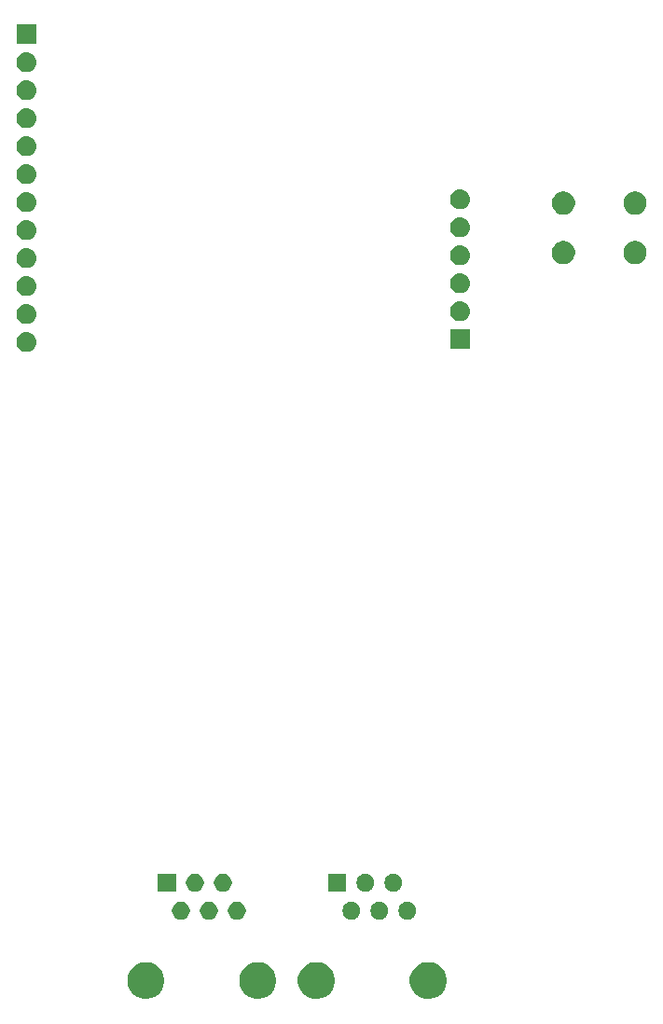
<source format=gbr>
G04 #@! TF.GenerationSoftware,KiCad,Pcbnew,(5.1.2)-2*
G04 #@! TF.CreationDate,2019-10-26T17:19:00+01:00*
G04 #@! TF.ProjectId,canbus_boiler_switch,63616e62-7573-45f6-926f-696c65725f73,rev?*
G04 #@! TF.SameCoordinates,Original*
G04 #@! TF.FileFunction,Soldermask,Bot*
G04 #@! TF.FilePolarity,Negative*
%FSLAX46Y46*%
G04 Gerber Fmt 4.6, Leading zero omitted, Abs format (unit mm)*
G04 Created by KiCad (PCBNEW (5.1.2)-2) date 2019-10-26 17:19:00*
%MOMM*%
%LPD*%
G04 APERTURE LIST*
%ADD10C,0.100000*%
G04 APERTURE END LIST*
D10*
G36*
X88028871Y-207492408D02*
G01*
X88333883Y-207618748D01*
X88608387Y-207802166D01*
X88841834Y-208035613D01*
X89025252Y-208310117D01*
X89151592Y-208615129D01*
X89216000Y-208938928D01*
X89216000Y-209269072D01*
X89151592Y-209592871D01*
X89025252Y-209897883D01*
X88841834Y-210172387D01*
X88608387Y-210405834D01*
X88333883Y-210589252D01*
X88028871Y-210715592D01*
X87705073Y-210780000D01*
X87374927Y-210780000D01*
X87213029Y-210747796D01*
X87051129Y-210715592D01*
X86746117Y-210589252D01*
X86471613Y-210405834D01*
X86238166Y-210172387D01*
X86054748Y-209897883D01*
X85928408Y-209592871D01*
X85864000Y-209269072D01*
X85864000Y-208938928D01*
X85928408Y-208615129D01*
X86054748Y-208310117D01*
X86238166Y-208035613D01*
X86471613Y-207802166D01*
X86746117Y-207618748D01*
X87051129Y-207492408D01*
X87374927Y-207428000D01*
X87705073Y-207428000D01*
X88028871Y-207492408D01*
X88028871Y-207492408D01*
G37*
G36*
X77868871Y-207492408D02*
G01*
X78173883Y-207618748D01*
X78448387Y-207802166D01*
X78681834Y-208035613D01*
X78865252Y-208310117D01*
X78991592Y-208615129D01*
X79056000Y-208938928D01*
X79056000Y-209269072D01*
X78991592Y-209592871D01*
X78865252Y-209897883D01*
X78681834Y-210172387D01*
X78448387Y-210405834D01*
X78173883Y-210589252D01*
X77868871Y-210715592D01*
X77545073Y-210780000D01*
X77214927Y-210780000D01*
X77053029Y-210747796D01*
X76891129Y-210715592D01*
X76586117Y-210589252D01*
X76311613Y-210405834D01*
X76078166Y-210172387D01*
X75894748Y-209897883D01*
X75768408Y-209592871D01*
X75704000Y-209269072D01*
X75704000Y-208938928D01*
X75768408Y-208615129D01*
X75894748Y-208310117D01*
X76078166Y-208035613D01*
X76311613Y-207802166D01*
X76586117Y-207618748D01*
X76891129Y-207492408D01*
X77214927Y-207428000D01*
X77545073Y-207428000D01*
X77868871Y-207492408D01*
X77868871Y-207492408D01*
G37*
G36*
X72558871Y-207492408D02*
G01*
X72863883Y-207618748D01*
X73138387Y-207802166D01*
X73371834Y-208035613D01*
X73555252Y-208310117D01*
X73681592Y-208615129D01*
X73746000Y-208938928D01*
X73746000Y-209269072D01*
X73681592Y-209592871D01*
X73555252Y-209897883D01*
X73371834Y-210172387D01*
X73138387Y-210405834D01*
X72863883Y-210589252D01*
X72558871Y-210715592D01*
X72235073Y-210780000D01*
X71904927Y-210780000D01*
X71743029Y-210747796D01*
X71581129Y-210715592D01*
X71276117Y-210589252D01*
X71001613Y-210405834D01*
X70768166Y-210172387D01*
X70584748Y-209897883D01*
X70458408Y-209592871D01*
X70394000Y-209269072D01*
X70394000Y-208938928D01*
X70458408Y-208615129D01*
X70584748Y-208310117D01*
X70768166Y-208035613D01*
X71001613Y-207802166D01*
X71276117Y-207618748D01*
X71581129Y-207492408D01*
X71904927Y-207428000D01*
X72235073Y-207428000D01*
X72558871Y-207492408D01*
X72558871Y-207492408D01*
G37*
G36*
X62398871Y-207492408D02*
G01*
X62703883Y-207618748D01*
X62978387Y-207802166D01*
X63211834Y-208035613D01*
X63395252Y-208310117D01*
X63521592Y-208615129D01*
X63586000Y-208938928D01*
X63586000Y-209269072D01*
X63521592Y-209592871D01*
X63395252Y-209897883D01*
X63211834Y-210172387D01*
X62978387Y-210405834D01*
X62703883Y-210589252D01*
X62398871Y-210715592D01*
X62075073Y-210780000D01*
X61744927Y-210780000D01*
X61583029Y-210747796D01*
X61421129Y-210715592D01*
X61116117Y-210589252D01*
X60841613Y-210405834D01*
X60608166Y-210172387D01*
X60424748Y-209897883D01*
X60298408Y-209592871D01*
X60234000Y-209269072D01*
X60234000Y-208938928D01*
X60298408Y-208615129D01*
X60424748Y-208310117D01*
X60608166Y-208035613D01*
X60841613Y-207802166D01*
X61116117Y-207618748D01*
X61421129Y-207492408D01*
X61744927Y-207428000D01*
X62075073Y-207428000D01*
X62398871Y-207492408D01*
X62398871Y-207492408D01*
G37*
G36*
X70406560Y-201974166D02*
G01*
X70554153Y-202035301D01*
X70686982Y-202124055D01*
X70799945Y-202237018D01*
X70888699Y-202369847D01*
X70949834Y-202517440D01*
X70981000Y-202674123D01*
X70981000Y-202833877D01*
X70949834Y-202990560D01*
X70888699Y-203138153D01*
X70799945Y-203270982D01*
X70686982Y-203383945D01*
X70554153Y-203472699D01*
X70554152Y-203472700D01*
X70554151Y-203472700D01*
X70406560Y-203533834D01*
X70249878Y-203565000D01*
X70090122Y-203565000D01*
X69933440Y-203533834D01*
X69785849Y-203472700D01*
X69785848Y-203472700D01*
X69785847Y-203472699D01*
X69653018Y-203383945D01*
X69540055Y-203270982D01*
X69451301Y-203138153D01*
X69390166Y-202990560D01*
X69359000Y-202833877D01*
X69359000Y-202674123D01*
X69390166Y-202517440D01*
X69451301Y-202369847D01*
X69540055Y-202237018D01*
X69653018Y-202124055D01*
X69785847Y-202035301D01*
X69933440Y-201974166D01*
X70090122Y-201943000D01*
X70249878Y-201943000D01*
X70406560Y-201974166D01*
X70406560Y-201974166D01*
G37*
G36*
X65326560Y-201974166D02*
G01*
X65474153Y-202035301D01*
X65606982Y-202124055D01*
X65719945Y-202237018D01*
X65808699Y-202369847D01*
X65869834Y-202517440D01*
X65901000Y-202674123D01*
X65901000Y-202833877D01*
X65869834Y-202990560D01*
X65808699Y-203138153D01*
X65719945Y-203270982D01*
X65606982Y-203383945D01*
X65474153Y-203472699D01*
X65474152Y-203472700D01*
X65474151Y-203472700D01*
X65326560Y-203533834D01*
X65169878Y-203565000D01*
X65010122Y-203565000D01*
X64853440Y-203533834D01*
X64705849Y-203472700D01*
X64705848Y-203472700D01*
X64705847Y-203472699D01*
X64573018Y-203383945D01*
X64460055Y-203270982D01*
X64371301Y-203138153D01*
X64310166Y-202990560D01*
X64279000Y-202833877D01*
X64279000Y-202674123D01*
X64310166Y-202517440D01*
X64371301Y-202369847D01*
X64460055Y-202237018D01*
X64573018Y-202124055D01*
X64705847Y-202035301D01*
X64853440Y-201974166D01*
X65010122Y-201943000D01*
X65169878Y-201943000D01*
X65326560Y-201974166D01*
X65326560Y-201974166D01*
G37*
G36*
X67866560Y-201974166D02*
G01*
X68014153Y-202035301D01*
X68146982Y-202124055D01*
X68259945Y-202237018D01*
X68348699Y-202369847D01*
X68409834Y-202517440D01*
X68441000Y-202674123D01*
X68441000Y-202833877D01*
X68409834Y-202990560D01*
X68348699Y-203138153D01*
X68259945Y-203270982D01*
X68146982Y-203383945D01*
X68014153Y-203472699D01*
X68014152Y-203472700D01*
X68014151Y-203472700D01*
X67866560Y-203533834D01*
X67709878Y-203565000D01*
X67550122Y-203565000D01*
X67393440Y-203533834D01*
X67245849Y-203472700D01*
X67245848Y-203472700D01*
X67245847Y-203472699D01*
X67113018Y-203383945D01*
X67000055Y-203270982D01*
X66911301Y-203138153D01*
X66850166Y-202990560D01*
X66819000Y-202833877D01*
X66819000Y-202674123D01*
X66850166Y-202517440D01*
X66911301Y-202369847D01*
X67000055Y-202237018D01*
X67113018Y-202124055D01*
X67245847Y-202035301D01*
X67393440Y-201974166D01*
X67550122Y-201943000D01*
X67709878Y-201943000D01*
X67866560Y-201974166D01*
X67866560Y-201974166D01*
G37*
G36*
X85876560Y-201974166D02*
G01*
X86024153Y-202035301D01*
X86156982Y-202124055D01*
X86269945Y-202237018D01*
X86358699Y-202369847D01*
X86419834Y-202517440D01*
X86451000Y-202674123D01*
X86451000Y-202833877D01*
X86419834Y-202990560D01*
X86358699Y-203138153D01*
X86269945Y-203270982D01*
X86156982Y-203383945D01*
X86024153Y-203472699D01*
X86024152Y-203472700D01*
X86024151Y-203472700D01*
X85876560Y-203533834D01*
X85719878Y-203565000D01*
X85560122Y-203565000D01*
X85403440Y-203533834D01*
X85255849Y-203472700D01*
X85255848Y-203472700D01*
X85255847Y-203472699D01*
X85123018Y-203383945D01*
X85010055Y-203270982D01*
X84921301Y-203138153D01*
X84860166Y-202990560D01*
X84829000Y-202833877D01*
X84829000Y-202674123D01*
X84860166Y-202517440D01*
X84921301Y-202369847D01*
X85010055Y-202237018D01*
X85123018Y-202124055D01*
X85255847Y-202035301D01*
X85403440Y-201974166D01*
X85560122Y-201943000D01*
X85719878Y-201943000D01*
X85876560Y-201974166D01*
X85876560Y-201974166D01*
G37*
G36*
X80796560Y-201974166D02*
G01*
X80944153Y-202035301D01*
X81076982Y-202124055D01*
X81189945Y-202237018D01*
X81278699Y-202369847D01*
X81339834Y-202517440D01*
X81371000Y-202674123D01*
X81371000Y-202833877D01*
X81339834Y-202990560D01*
X81278699Y-203138153D01*
X81189945Y-203270982D01*
X81076982Y-203383945D01*
X80944153Y-203472699D01*
X80944152Y-203472700D01*
X80944151Y-203472700D01*
X80796560Y-203533834D01*
X80639878Y-203565000D01*
X80480122Y-203565000D01*
X80323440Y-203533834D01*
X80175849Y-203472700D01*
X80175848Y-203472700D01*
X80175847Y-203472699D01*
X80043018Y-203383945D01*
X79930055Y-203270982D01*
X79841301Y-203138153D01*
X79780166Y-202990560D01*
X79749000Y-202833877D01*
X79749000Y-202674123D01*
X79780166Y-202517440D01*
X79841301Y-202369847D01*
X79930055Y-202237018D01*
X80043018Y-202124055D01*
X80175847Y-202035301D01*
X80323440Y-201974166D01*
X80480122Y-201943000D01*
X80639878Y-201943000D01*
X80796560Y-201974166D01*
X80796560Y-201974166D01*
G37*
G36*
X83336560Y-201974166D02*
G01*
X83484153Y-202035301D01*
X83616982Y-202124055D01*
X83729945Y-202237018D01*
X83818699Y-202369847D01*
X83879834Y-202517440D01*
X83911000Y-202674123D01*
X83911000Y-202833877D01*
X83879834Y-202990560D01*
X83818699Y-203138153D01*
X83729945Y-203270982D01*
X83616982Y-203383945D01*
X83484153Y-203472699D01*
X83484152Y-203472700D01*
X83484151Y-203472700D01*
X83336560Y-203533834D01*
X83179878Y-203565000D01*
X83020122Y-203565000D01*
X82863440Y-203533834D01*
X82715849Y-203472700D01*
X82715848Y-203472700D01*
X82715847Y-203472699D01*
X82583018Y-203383945D01*
X82470055Y-203270982D01*
X82381301Y-203138153D01*
X82320166Y-202990560D01*
X82289000Y-202833877D01*
X82289000Y-202674123D01*
X82320166Y-202517440D01*
X82381301Y-202369847D01*
X82470055Y-202237018D01*
X82583018Y-202124055D01*
X82715847Y-202035301D01*
X82863440Y-201974166D01*
X83020122Y-201943000D01*
X83179878Y-201943000D01*
X83336560Y-201974166D01*
X83336560Y-201974166D01*
G37*
G36*
X84606560Y-199434166D02*
G01*
X84754153Y-199495301D01*
X84886982Y-199584055D01*
X84999945Y-199697018D01*
X85088699Y-199829847D01*
X85149834Y-199977440D01*
X85181000Y-200134123D01*
X85181000Y-200293877D01*
X85149834Y-200450560D01*
X85088699Y-200598153D01*
X84999945Y-200730982D01*
X84886982Y-200843945D01*
X84754153Y-200932699D01*
X84754152Y-200932700D01*
X84754151Y-200932700D01*
X84606560Y-200993834D01*
X84449878Y-201025000D01*
X84290122Y-201025000D01*
X84133440Y-200993834D01*
X83985849Y-200932700D01*
X83985848Y-200932700D01*
X83985847Y-200932699D01*
X83853018Y-200843945D01*
X83740055Y-200730982D01*
X83651301Y-200598153D01*
X83590166Y-200450560D01*
X83559000Y-200293877D01*
X83559000Y-200134123D01*
X83590166Y-199977440D01*
X83651301Y-199829847D01*
X83740055Y-199697018D01*
X83853018Y-199584055D01*
X83985847Y-199495301D01*
X84133440Y-199434166D01*
X84290122Y-199403000D01*
X84449878Y-199403000D01*
X84606560Y-199434166D01*
X84606560Y-199434166D01*
G37*
G36*
X64631000Y-201025000D02*
G01*
X63009000Y-201025000D01*
X63009000Y-199403000D01*
X64631000Y-199403000D01*
X64631000Y-201025000D01*
X64631000Y-201025000D01*
G37*
G36*
X66596560Y-199434166D02*
G01*
X66744153Y-199495301D01*
X66876982Y-199584055D01*
X66989945Y-199697018D01*
X67078699Y-199829847D01*
X67139834Y-199977440D01*
X67171000Y-200134123D01*
X67171000Y-200293877D01*
X67139834Y-200450560D01*
X67078699Y-200598153D01*
X66989945Y-200730982D01*
X66876982Y-200843945D01*
X66744153Y-200932699D01*
X66744152Y-200932700D01*
X66744151Y-200932700D01*
X66596560Y-200993834D01*
X66439878Y-201025000D01*
X66280122Y-201025000D01*
X66123440Y-200993834D01*
X65975849Y-200932700D01*
X65975848Y-200932700D01*
X65975847Y-200932699D01*
X65843018Y-200843945D01*
X65730055Y-200730982D01*
X65641301Y-200598153D01*
X65580166Y-200450560D01*
X65549000Y-200293877D01*
X65549000Y-200134123D01*
X65580166Y-199977440D01*
X65641301Y-199829847D01*
X65730055Y-199697018D01*
X65843018Y-199584055D01*
X65975847Y-199495301D01*
X66123440Y-199434166D01*
X66280122Y-199403000D01*
X66439878Y-199403000D01*
X66596560Y-199434166D01*
X66596560Y-199434166D01*
G37*
G36*
X69136560Y-199434166D02*
G01*
X69284153Y-199495301D01*
X69416982Y-199584055D01*
X69529945Y-199697018D01*
X69618699Y-199829847D01*
X69679834Y-199977440D01*
X69711000Y-200134123D01*
X69711000Y-200293877D01*
X69679834Y-200450560D01*
X69618699Y-200598153D01*
X69529945Y-200730982D01*
X69416982Y-200843945D01*
X69284153Y-200932699D01*
X69284152Y-200932700D01*
X69284151Y-200932700D01*
X69136560Y-200993834D01*
X68979878Y-201025000D01*
X68820122Y-201025000D01*
X68663440Y-200993834D01*
X68515849Y-200932700D01*
X68515848Y-200932700D01*
X68515847Y-200932699D01*
X68383018Y-200843945D01*
X68270055Y-200730982D01*
X68181301Y-200598153D01*
X68120166Y-200450560D01*
X68089000Y-200293877D01*
X68089000Y-200134123D01*
X68120166Y-199977440D01*
X68181301Y-199829847D01*
X68270055Y-199697018D01*
X68383018Y-199584055D01*
X68515847Y-199495301D01*
X68663440Y-199434166D01*
X68820122Y-199403000D01*
X68979878Y-199403000D01*
X69136560Y-199434166D01*
X69136560Y-199434166D01*
G37*
G36*
X80101000Y-201025000D02*
G01*
X78479000Y-201025000D01*
X78479000Y-199403000D01*
X80101000Y-199403000D01*
X80101000Y-201025000D01*
X80101000Y-201025000D01*
G37*
G36*
X82066560Y-199434166D02*
G01*
X82214153Y-199495301D01*
X82346982Y-199584055D01*
X82459945Y-199697018D01*
X82548699Y-199829847D01*
X82609834Y-199977440D01*
X82641000Y-200134123D01*
X82641000Y-200293877D01*
X82609834Y-200450560D01*
X82548699Y-200598153D01*
X82459945Y-200730982D01*
X82346982Y-200843945D01*
X82214153Y-200932699D01*
X82214152Y-200932700D01*
X82214151Y-200932700D01*
X82066560Y-200993834D01*
X81909878Y-201025000D01*
X81750122Y-201025000D01*
X81593440Y-200993834D01*
X81445849Y-200932700D01*
X81445848Y-200932700D01*
X81445847Y-200932699D01*
X81313018Y-200843945D01*
X81200055Y-200730982D01*
X81111301Y-200598153D01*
X81050166Y-200450560D01*
X81019000Y-200293877D01*
X81019000Y-200134123D01*
X81050166Y-199977440D01*
X81111301Y-199829847D01*
X81200055Y-199697018D01*
X81313018Y-199584055D01*
X81445847Y-199495301D01*
X81593440Y-199434166D01*
X81750122Y-199403000D01*
X81909878Y-199403000D01*
X82066560Y-199434166D01*
X82066560Y-199434166D01*
G37*
G36*
X51164442Y-150235518D02*
G01*
X51230627Y-150242037D01*
X51400466Y-150293557D01*
X51556991Y-150377222D01*
X51592729Y-150406552D01*
X51694186Y-150489814D01*
X51777448Y-150591271D01*
X51806778Y-150627009D01*
X51890443Y-150783534D01*
X51941963Y-150953373D01*
X51959359Y-151130000D01*
X51941963Y-151306627D01*
X51890443Y-151476466D01*
X51806778Y-151632991D01*
X51777448Y-151668729D01*
X51694186Y-151770186D01*
X51592729Y-151853448D01*
X51556991Y-151882778D01*
X51400466Y-151966443D01*
X51230627Y-152017963D01*
X51164442Y-152024482D01*
X51098260Y-152031000D01*
X51009740Y-152031000D01*
X50943558Y-152024482D01*
X50877373Y-152017963D01*
X50707534Y-151966443D01*
X50551009Y-151882778D01*
X50515271Y-151853448D01*
X50413814Y-151770186D01*
X50330552Y-151668729D01*
X50301222Y-151632991D01*
X50217557Y-151476466D01*
X50166037Y-151306627D01*
X50148641Y-151130000D01*
X50166037Y-150953373D01*
X50217557Y-150783534D01*
X50301222Y-150627009D01*
X50330552Y-150591271D01*
X50413814Y-150489814D01*
X50515271Y-150406552D01*
X50551009Y-150377222D01*
X50707534Y-150293557D01*
X50877373Y-150242037D01*
X50943558Y-150235518D01*
X51009740Y-150229000D01*
X51098260Y-150229000D01*
X51164442Y-150235518D01*
X51164442Y-150235518D01*
G37*
G36*
X91325000Y-151777000D02*
G01*
X89523000Y-151777000D01*
X89523000Y-149975000D01*
X91325000Y-149975000D01*
X91325000Y-151777000D01*
X91325000Y-151777000D01*
G37*
G36*
X51164443Y-147695519D02*
G01*
X51230627Y-147702037D01*
X51400466Y-147753557D01*
X51556991Y-147837222D01*
X51592729Y-147866552D01*
X51694186Y-147949814D01*
X51777448Y-148051271D01*
X51806778Y-148087009D01*
X51890443Y-148243534D01*
X51941963Y-148413373D01*
X51959359Y-148590000D01*
X51941963Y-148766627D01*
X51890443Y-148936466D01*
X51806778Y-149092991D01*
X51777448Y-149128729D01*
X51694186Y-149230186D01*
X51592729Y-149313448D01*
X51556991Y-149342778D01*
X51400466Y-149426443D01*
X51230627Y-149477963D01*
X51164442Y-149484482D01*
X51098260Y-149491000D01*
X51009740Y-149491000D01*
X50943558Y-149484482D01*
X50877373Y-149477963D01*
X50707534Y-149426443D01*
X50551009Y-149342778D01*
X50515271Y-149313448D01*
X50413814Y-149230186D01*
X50330552Y-149128729D01*
X50301222Y-149092991D01*
X50217557Y-148936466D01*
X50166037Y-148766627D01*
X50148641Y-148590000D01*
X50166037Y-148413373D01*
X50217557Y-148243534D01*
X50301222Y-148087009D01*
X50330552Y-148051271D01*
X50413814Y-147949814D01*
X50515271Y-147866552D01*
X50551009Y-147837222D01*
X50707534Y-147753557D01*
X50877373Y-147702037D01*
X50943557Y-147695519D01*
X51009740Y-147689000D01*
X51098260Y-147689000D01*
X51164443Y-147695519D01*
X51164443Y-147695519D01*
G37*
G36*
X90534443Y-147441519D02*
G01*
X90600627Y-147448037D01*
X90770466Y-147499557D01*
X90926991Y-147583222D01*
X90962729Y-147612552D01*
X91064186Y-147695814D01*
X91147448Y-147797271D01*
X91176778Y-147833009D01*
X91260443Y-147989534D01*
X91311963Y-148159373D01*
X91329359Y-148336000D01*
X91311963Y-148512627D01*
X91260443Y-148682466D01*
X91176778Y-148838991D01*
X91147448Y-148874729D01*
X91064186Y-148976186D01*
X90962729Y-149059448D01*
X90926991Y-149088778D01*
X90770466Y-149172443D01*
X90600627Y-149223963D01*
X90537453Y-149230185D01*
X90468260Y-149237000D01*
X90379740Y-149237000D01*
X90310547Y-149230185D01*
X90247373Y-149223963D01*
X90077534Y-149172443D01*
X89921009Y-149088778D01*
X89885271Y-149059448D01*
X89783814Y-148976186D01*
X89700552Y-148874729D01*
X89671222Y-148838991D01*
X89587557Y-148682466D01*
X89536037Y-148512627D01*
X89518641Y-148336000D01*
X89536037Y-148159373D01*
X89587557Y-147989534D01*
X89671222Y-147833009D01*
X89700552Y-147797271D01*
X89783814Y-147695814D01*
X89885271Y-147612552D01*
X89921009Y-147583222D01*
X90077534Y-147499557D01*
X90247373Y-147448037D01*
X90313557Y-147441519D01*
X90379740Y-147435000D01*
X90468260Y-147435000D01*
X90534443Y-147441519D01*
X90534443Y-147441519D01*
G37*
G36*
X51164443Y-145155519D02*
G01*
X51230627Y-145162037D01*
X51400466Y-145213557D01*
X51556991Y-145297222D01*
X51592729Y-145326552D01*
X51694186Y-145409814D01*
X51777448Y-145511271D01*
X51806778Y-145547009D01*
X51890443Y-145703534D01*
X51941963Y-145873373D01*
X51959359Y-146050000D01*
X51941963Y-146226627D01*
X51890443Y-146396466D01*
X51806778Y-146552991D01*
X51777448Y-146588729D01*
X51694186Y-146690186D01*
X51592729Y-146773448D01*
X51556991Y-146802778D01*
X51400466Y-146886443D01*
X51230627Y-146937963D01*
X51164442Y-146944482D01*
X51098260Y-146951000D01*
X51009740Y-146951000D01*
X50943558Y-146944482D01*
X50877373Y-146937963D01*
X50707534Y-146886443D01*
X50551009Y-146802778D01*
X50515271Y-146773448D01*
X50413814Y-146690186D01*
X50330552Y-146588729D01*
X50301222Y-146552991D01*
X50217557Y-146396466D01*
X50166037Y-146226627D01*
X50148641Y-146050000D01*
X50166037Y-145873373D01*
X50217557Y-145703534D01*
X50301222Y-145547009D01*
X50330552Y-145511271D01*
X50413814Y-145409814D01*
X50515271Y-145326552D01*
X50551009Y-145297222D01*
X50707534Y-145213557D01*
X50877373Y-145162037D01*
X50943557Y-145155519D01*
X51009740Y-145149000D01*
X51098260Y-145149000D01*
X51164443Y-145155519D01*
X51164443Y-145155519D01*
G37*
G36*
X90534442Y-144901518D02*
G01*
X90600627Y-144908037D01*
X90770466Y-144959557D01*
X90926991Y-145043222D01*
X90962729Y-145072552D01*
X91064186Y-145155814D01*
X91147448Y-145257271D01*
X91176778Y-145293009D01*
X91260443Y-145449534D01*
X91311963Y-145619373D01*
X91329359Y-145796000D01*
X91311963Y-145972627D01*
X91260443Y-146142466D01*
X91176778Y-146298991D01*
X91147448Y-146334729D01*
X91064186Y-146436186D01*
X90962729Y-146519448D01*
X90926991Y-146548778D01*
X90770466Y-146632443D01*
X90600627Y-146683963D01*
X90537453Y-146690185D01*
X90468260Y-146697000D01*
X90379740Y-146697000D01*
X90310547Y-146690185D01*
X90247373Y-146683963D01*
X90077534Y-146632443D01*
X89921009Y-146548778D01*
X89885271Y-146519448D01*
X89783814Y-146436186D01*
X89700552Y-146334729D01*
X89671222Y-146298991D01*
X89587557Y-146142466D01*
X89536037Y-145972627D01*
X89518641Y-145796000D01*
X89536037Y-145619373D01*
X89587557Y-145449534D01*
X89671222Y-145293009D01*
X89700552Y-145257271D01*
X89783814Y-145155814D01*
X89885271Y-145072552D01*
X89921009Y-145043222D01*
X90077534Y-144959557D01*
X90247373Y-144908037D01*
X90313558Y-144901518D01*
X90379740Y-144895000D01*
X90468260Y-144895000D01*
X90534442Y-144901518D01*
X90534442Y-144901518D01*
G37*
G36*
X51164442Y-142615518D02*
G01*
X51230627Y-142622037D01*
X51400466Y-142673557D01*
X51556991Y-142757222D01*
X51592729Y-142786552D01*
X51694186Y-142869814D01*
X51777448Y-142971271D01*
X51806778Y-143007009D01*
X51806779Y-143007011D01*
X51859432Y-143105516D01*
X51890443Y-143163534D01*
X51941963Y-143333373D01*
X51959359Y-143510000D01*
X51941963Y-143686627D01*
X51890443Y-143856466D01*
X51806778Y-144012991D01*
X51777448Y-144048729D01*
X51694186Y-144150186D01*
X51592729Y-144233448D01*
X51556991Y-144262778D01*
X51400466Y-144346443D01*
X51230627Y-144397963D01*
X51164443Y-144404481D01*
X51098260Y-144411000D01*
X51009740Y-144411000D01*
X50943557Y-144404481D01*
X50877373Y-144397963D01*
X50707534Y-144346443D01*
X50551009Y-144262778D01*
X50515271Y-144233448D01*
X50413814Y-144150186D01*
X50330552Y-144048729D01*
X50301222Y-144012991D01*
X50217557Y-143856466D01*
X50166037Y-143686627D01*
X50148641Y-143510000D01*
X50166037Y-143333373D01*
X50217557Y-143163534D01*
X50248569Y-143105516D01*
X50301221Y-143007011D01*
X50301222Y-143007009D01*
X50330552Y-142971271D01*
X50413814Y-142869814D01*
X50515271Y-142786552D01*
X50551009Y-142757222D01*
X50707534Y-142673557D01*
X50877373Y-142622037D01*
X50943558Y-142615518D01*
X51009740Y-142609000D01*
X51098260Y-142609000D01*
X51164442Y-142615518D01*
X51164442Y-142615518D01*
G37*
G36*
X90534443Y-142361519D02*
G01*
X90600627Y-142368037D01*
X90770466Y-142419557D01*
X90926991Y-142503222D01*
X90928142Y-142504167D01*
X91064186Y-142615814D01*
X91129528Y-142695435D01*
X91176778Y-142753009D01*
X91260443Y-142909534D01*
X91311963Y-143079373D01*
X91329359Y-143256000D01*
X91311963Y-143432627D01*
X91260443Y-143602466D01*
X91176778Y-143758991D01*
X91147448Y-143794729D01*
X91064186Y-143896186D01*
X90962729Y-143979448D01*
X90926991Y-144008778D01*
X90770466Y-144092443D01*
X90600627Y-144143963D01*
X90537453Y-144150185D01*
X90468260Y-144157000D01*
X90379740Y-144157000D01*
X90310547Y-144150185D01*
X90247373Y-144143963D01*
X90077534Y-144092443D01*
X89921009Y-144008778D01*
X89885271Y-143979448D01*
X89783814Y-143896186D01*
X89700552Y-143794729D01*
X89671222Y-143758991D01*
X89587557Y-143602466D01*
X89536037Y-143432627D01*
X89518641Y-143256000D01*
X89536037Y-143079373D01*
X89587557Y-142909534D01*
X89671222Y-142753009D01*
X89718472Y-142695435D01*
X89783814Y-142615814D01*
X89919858Y-142504167D01*
X89921009Y-142503222D01*
X90077534Y-142419557D01*
X90247373Y-142368037D01*
X90313557Y-142361519D01*
X90379740Y-142355000D01*
X90468260Y-142355000D01*
X90534443Y-142361519D01*
X90534443Y-142361519D01*
G37*
G36*
X106628564Y-141991389D02*
G01*
X106819833Y-142070615D01*
X106819835Y-142070616D01*
X106991973Y-142185635D01*
X107138365Y-142332027D01*
X107253385Y-142504167D01*
X107332611Y-142695436D01*
X107373000Y-142898484D01*
X107373000Y-143105516D01*
X107332611Y-143308564D01*
X107253385Y-143499833D01*
X107253384Y-143499835D01*
X107138365Y-143671973D01*
X106991973Y-143818365D01*
X106819835Y-143933384D01*
X106819834Y-143933385D01*
X106819833Y-143933385D01*
X106628564Y-144012611D01*
X106425516Y-144053000D01*
X106218484Y-144053000D01*
X106015436Y-144012611D01*
X105824167Y-143933385D01*
X105824166Y-143933385D01*
X105824165Y-143933384D01*
X105652027Y-143818365D01*
X105505635Y-143671973D01*
X105390616Y-143499835D01*
X105390615Y-143499833D01*
X105311389Y-143308564D01*
X105271000Y-143105516D01*
X105271000Y-142898484D01*
X105311389Y-142695436D01*
X105390615Y-142504167D01*
X105505635Y-142332027D01*
X105652027Y-142185635D01*
X105824165Y-142070616D01*
X105824167Y-142070615D01*
X106015436Y-141991389D01*
X106218484Y-141951000D01*
X106425516Y-141951000D01*
X106628564Y-141991389D01*
X106628564Y-141991389D01*
G37*
G36*
X100128564Y-141991389D02*
G01*
X100319833Y-142070615D01*
X100319835Y-142070616D01*
X100491973Y-142185635D01*
X100638365Y-142332027D01*
X100753385Y-142504167D01*
X100832611Y-142695436D01*
X100873000Y-142898484D01*
X100873000Y-143105516D01*
X100832611Y-143308564D01*
X100753385Y-143499833D01*
X100753384Y-143499835D01*
X100638365Y-143671973D01*
X100491973Y-143818365D01*
X100319835Y-143933384D01*
X100319834Y-143933385D01*
X100319833Y-143933385D01*
X100128564Y-144012611D01*
X99925516Y-144053000D01*
X99718484Y-144053000D01*
X99515436Y-144012611D01*
X99324167Y-143933385D01*
X99324166Y-143933385D01*
X99324165Y-143933384D01*
X99152027Y-143818365D01*
X99005635Y-143671973D01*
X98890616Y-143499835D01*
X98890615Y-143499833D01*
X98811389Y-143308564D01*
X98771000Y-143105516D01*
X98771000Y-142898484D01*
X98811389Y-142695436D01*
X98890615Y-142504167D01*
X99005635Y-142332027D01*
X99152027Y-142185635D01*
X99324165Y-142070616D01*
X99324167Y-142070615D01*
X99515436Y-141991389D01*
X99718484Y-141951000D01*
X99925516Y-141951000D01*
X100128564Y-141991389D01*
X100128564Y-141991389D01*
G37*
G36*
X51164443Y-140075519D02*
G01*
X51230627Y-140082037D01*
X51400466Y-140133557D01*
X51556991Y-140217222D01*
X51592729Y-140246552D01*
X51694186Y-140329814D01*
X51777448Y-140431271D01*
X51806778Y-140467009D01*
X51890443Y-140623534D01*
X51941963Y-140793373D01*
X51959359Y-140970000D01*
X51941963Y-141146627D01*
X51890443Y-141316466D01*
X51806778Y-141472991D01*
X51777448Y-141508729D01*
X51694186Y-141610186D01*
X51592729Y-141693448D01*
X51556991Y-141722778D01*
X51400466Y-141806443D01*
X51230627Y-141857963D01*
X51164443Y-141864481D01*
X51098260Y-141871000D01*
X51009740Y-141871000D01*
X50943557Y-141864481D01*
X50877373Y-141857963D01*
X50707534Y-141806443D01*
X50551009Y-141722778D01*
X50515271Y-141693448D01*
X50413814Y-141610186D01*
X50330552Y-141508729D01*
X50301222Y-141472991D01*
X50217557Y-141316466D01*
X50166037Y-141146627D01*
X50148641Y-140970000D01*
X50166037Y-140793373D01*
X50217557Y-140623534D01*
X50301222Y-140467009D01*
X50330552Y-140431271D01*
X50413814Y-140329814D01*
X50515271Y-140246552D01*
X50551009Y-140217222D01*
X50707534Y-140133557D01*
X50877373Y-140082037D01*
X50943557Y-140075519D01*
X51009740Y-140069000D01*
X51098260Y-140069000D01*
X51164443Y-140075519D01*
X51164443Y-140075519D01*
G37*
G36*
X90534443Y-139821519D02*
G01*
X90600627Y-139828037D01*
X90770466Y-139879557D01*
X90926991Y-139963222D01*
X90962729Y-139992552D01*
X91064186Y-140075814D01*
X91147448Y-140177271D01*
X91176778Y-140213009D01*
X91260443Y-140369534D01*
X91311963Y-140539373D01*
X91329359Y-140716000D01*
X91311963Y-140892627D01*
X91260443Y-141062466D01*
X91176778Y-141218991D01*
X91147448Y-141254729D01*
X91064186Y-141356186D01*
X90962729Y-141439448D01*
X90926991Y-141468778D01*
X90770466Y-141552443D01*
X90600627Y-141603963D01*
X90537453Y-141610185D01*
X90468260Y-141617000D01*
X90379740Y-141617000D01*
X90310547Y-141610185D01*
X90247373Y-141603963D01*
X90077534Y-141552443D01*
X89921009Y-141468778D01*
X89885271Y-141439448D01*
X89783814Y-141356186D01*
X89700552Y-141254729D01*
X89671222Y-141218991D01*
X89587557Y-141062466D01*
X89536037Y-140892627D01*
X89518641Y-140716000D01*
X89536037Y-140539373D01*
X89587557Y-140369534D01*
X89671222Y-140213009D01*
X89700552Y-140177271D01*
X89783814Y-140075814D01*
X89885271Y-139992552D01*
X89921009Y-139963222D01*
X90077534Y-139879557D01*
X90247373Y-139828037D01*
X90313557Y-139821519D01*
X90379740Y-139815000D01*
X90468260Y-139815000D01*
X90534443Y-139821519D01*
X90534443Y-139821519D01*
G37*
G36*
X106628564Y-137491389D02*
G01*
X106750839Y-137542037D01*
X106819835Y-137570616D01*
X106854170Y-137593558D01*
X106991973Y-137685635D01*
X107138365Y-137832027D01*
X107253385Y-138004167D01*
X107332611Y-138195436D01*
X107373000Y-138398484D01*
X107373000Y-138605516D01*
X107332611Y-138808564D01*
X107253385Y-138999833D01*
X107253384Y-138999835D01*
X107138365Y-139171973D01*
X106991973Y-139318365D01*
X106819835Y-139433384D01*
X106819834Y-139433385D01*
X106819833Y-139433385D01*
X106628564Y-139512611D01*
X106425516Y-139553000D01*
X106218484Y-139553000D01*
X106015436Y-139512611D01*
X105824167Y-139433385D01*
X105824166Y-139433385D01*
X105824165Y-139433384D01*
X105652027Y-139318365D01*
X105505635Y-139171973D01*
X105390616Y-138999835D01*
X105390615Y-138999833D01*
X105311389Y-138808564D01*
X105271000Y-138605516D01*
X105271000Y-138398484D01*
X105311389Y-138195436D01*
X105390615Y-138004167D01*
X105505635Y-137832027D01*
X105652027Y-137685635D01*
X105789830Y-137593558D01*
X105824165Y-137570616D01*
X105893161Y-137542037D01*
X106015436Y-137491389D01*
X106218484Y-137451000D01*
X106425516Y-137451000D01*
X106628564Y-137491389D01*
X106628564Y-137491389D01*
G37*
G36*
X100128564Y-137491389D02*
G01*
X100250839Y-137542037D01*
X100319835Y-137570616D01*
X100354170Y-137593558D01*
X100491973Y-137685635D01*
X100638365Y-137832027D01*
X100753385Y-138004167D01*
X100832611Y-138195436D01*
X100873000Y-138398484D01*
X100873000Y-138605516D01*
X100832611Y-138808564D01*
X100753385Y-138999833D01*
X100753384Y-138999835D01*
X100638365Y-139171973D01*
X100491973Y-139318365D01*
X100319835Y-139433384D01*
X100319834Y-139433385D01*
X100319833Y-139433385D01*
X100128564Y-139512611D01*
X99925516Y-139553000D01*
X99718484Y-139553000D01*
X99515436Y-139512611D01*
X99324167Y-139433385D01*
X99324166Y-139433385D01*
X99324165Y-139433384D01*
X99152027Y-139318365D01*
X99005635Y-139171973D01*
X98890616Y-138999835D01*
X98890615Y-138999833D01*
X98811389Y-138808564D01*
X98771000Y-138605516D01*
X98771000Y-138398484D01*
X98811389Y-138195436D01*
X98890615Y-138004167D01*
X99005635Y-137832027D01*
X99152027Y-137685635D01*
X99289830Y-137593558D01*
X99324165Y-137570616D01*
X99393161Y-137542037D01*
X99515436Y-137491389D01*
X99718484Y-137451000D01*
X99925516Y-137451000D01*
X100128564Y-137491389D01*
X100128564Y-137491389D01*
G37*
G36*
X51164443Y-137535519D02*
G01*
X51230627Y-137542037D01*
X51400466Y-137593557D01*
X51556991Y-137677222D01*
X51567242Y-137685635D01*
X51694186Y-137789814D01*
X51777448Y-137891271D01*
X51806778Y-137927009D01*
X51890443Y-138083534D01*
X51941963Y-138253373D01*
X51959359Y-138430000D01*
X51941963Y-138606627D01*
X51890443Y-138776466D01*
X51806778Y-138932991D01*
X51777448Y-138968729D01*
X51694186Y-139070186D01*
X51592729Y-139153448D01*
X51556991Y-139182778D01*
X51400466Y-139266443D01*
X51230627Y-139317963D01*
X51164443Y-139324481D01*
X51098260Y-139331000D01*
X51009740Y-139331000D01*
X50943557Y-139324481D01*
X50877373Y-139317963D01*
X50707534Y-139266443D01*
X50551009Y-139182778D01*
X50515271Y-139153448D01*
X50413814Y-139070186D01*
X50330552Y-138968729D01*
X50301222Y-138932991D01*
X50217557Y-138776466D01*
X50166037Y-138606627D01*
X50148641Y-138430000D01*
X50166037Y-138253373D01*
X50217557Y-138083534D01*
X50301222Y-137927009D01*
X50330552Y-137891271D01*
X50413814Y-137789814D01*
X50540758Y-137685635D01*
X50551009Y-137677222D01*
X50707534Y-137593557D01*
X50877373Y-137542037D01*
X50943557Y-137535519D01*
X51009740Y-137529000D01*
X51098260Y-137529000D01*
X51164443Y-137535519D01*
X51164443Y-137535519D01*
G37*
G36*
X90534442Y-137281518D02*
G01*
X90600627Y-137288037D01*
X90770466Y-137339557D01*
X90926991Y-137423222D01*
X90960838Y-137451000D01*
X91064186Y-137535814D01*
X91147448Y-137637271D01*
X91176778Y-137673009D01*
X91260443Y-137829534D01*
X91311963Y-137999373D01*
X91329359Y-138176000D01*
X91311963Y-138352627D01*
X91260443Y-138522466D01*
X91176778Y-138678991D01*
X91147448Y-138714729D01*
X91064186Y-138816186D01*
X90962729Y-138899448D01*
X90926991Y-138928778D01*
X90926989Y-138928779D01*
X90794058Y-138999833D01*
X90770466Y-139012443D01*
X90600627Y-139063963D01*
X90537453Y-139070185D01*
X90468260Y-139077000D01*
X90379740Y-139077000D01*
X90310547Y-139070185D01*
X90247373Y-139063963D01*
X90077534Y-139012443D01*
X90053943Y-138999833D01*
X89921011Y-138928779D01*
X89921009Y-138928778D01*
X89885271Y-138899448D01*
X89783814Y-138816186D01*
X89700552Y-138714729D01*
X89671222Y-138678991D01*
X89587557Y-138522466D01*
X89536037Y-138352627D01*
X89518641Y-138176000D01*
X89536037Y-137999373D01*
X89587557Y-137829534D01*
X89671222Y-137673009D01*
X89700552Y-137637271D01*
X89783814Y-137535814D01*
X89887162Y-137451000D01*
X89921009Y-137423222D01*
X90077534Y-137339557D01*
X90247373Y-137288037D01*
X90313558Y-137281518D01*
X90379740Y-137275000D01*
X90468260Y-137275000D01*
X90534442Y-137281518D01*
X90534442Y-137281518D01*
G37*
G36*
X51164442Y-134995518D02*
G01*
X51230627Y-135002037D01*
X51400466Y-135053557D01*
X51556991Y-135137222D01*
X51592729Y-135166552D01*
X51694186Y-135249814D01*
X51777448Y-135351271D01*
X51806778Y-135387009D01*
X51890443Y-135543534D01*
X51941963Y-135713373D01*
X51959359Y-135890000D01*
X51941963Y-136066627D01*
X51890443Y-136236466D01*
X51806778Y-136392991D01*
X51777448Y-136428729D01*
X51694186Y-136530186D01*
X51592729Y-136613448D01*
X51556991Y-136642778D01*
X51400466Y-136726443D01*
X51230627Y-136777963D01*
X51164442Y-136784482D01*
X51098260Y-136791000D01*
X51009740Y-136791000D01*
X50943558Y-136784482D01*
X50877373Y-136777963D01*
X50707534Y-136726443D01*
X50551009Y-136642778D01*
X50515271Y-136613448D01*
X50413814Y-136530186D01*
X50330552Y-136428729D01*
X50301222Y-136392991D01*
X50217557Y-136236466D01*
X50166037Y-136066627D01*
X50148641Y-135890000D01*
X50166037Y-135713373D01*
X50217557Y-135543534D01*
X50301222Y-135387009D01*
X50330552Y-135351271D01*
X50413814Y-135249814D01*
X50515271Y-135166552D01*
X50551009Y-135137222D01*
X50707534Y-135053557D01*
X50877373Y-135002037D01*
X50943558Y-134995518D01*
X51009740Y-134989000D01*
X51098260Y-134989000D01*
X51164442Y-134995518D01*
X51164442Y-134995518D01*
G37*
G36*
X51164442Y-132455518D02*
G01*
X51230627Y-132462037D01*
X51400466Y-132513557D01*
X51556991Y-132597222D01*
X51592729Y-132626552D01*
X51694186Y-132709814D01*
X51777448Y-132811271D01*
X51806778Y-132847009D01*
X51890443Y-133003534D01*
X51941963Y-133173373D01*
X51959359Y-133350000D01*
X51941963Y-133526627D01*
X51890443Y-133696466D01*
X51806778Y-133852991D01*
X51777448Y-133888729D01*
X51694186Y-133990186D01*
X51592729Y-134073448D01*
X51556991Y-134102778D01*
X51400466Y-134186443D01*
X51230627Y-134237963D01*
X51164443Y-134244481D01*
X51098260Y-134251000D01*
X51009740Y-134251000D01*
X50943557Y-134244481D01*
X50877373Y-134237963D01*
X50707534Y-134186443D01*
X50551009Y-134102778D01*
X50515271Y-134073448D01*
X50413814Y-133990186D01*
X50330552Y-133888729D01*
X50301222Y-133852991D01*
X50217557Y-133696466D01*
X50166037Y-133526627D01*
X50148641Y-133350000D01*
X50166037Y-133173373D01*
X50217557Y-133003534D01*
X50301222Y-132847009D01*
X50330552Y-132811271D01*
X50413814Y-132709814D01*
X50515271Y-132626552D01*
X50551009Y-132597222D01*
X50707534Y-132513557D01*
X50877373Y-132462037D01*
X50943558Y-132455518D01*
X51009740Y-132449000D01*
X51098260Y-132449000D01*
X51164442Y-132455518D01*
X51164442Y-132455518D01*
G37*
G36*
X51164442Y-129915518D02*
G01*
X51230627Y-129922037D01*
X51400466Y-129973557D01*
X51556991Y-130057222D01*
X51592729Y-130086552D01*
X51694186Y-130169814D01*
X51777448Y-130271271D01*
X51806778Y-130307009D01*
X51890443Y-130463534D01*
X51941963Y-130633373D01*
X51959359Y-130810000D01*
X51941963Y-130986627D01*
X51890443Y-131156466D01*
X51806778Y-131312991D01*
X51777448Y-131348729D01*
X51694186Y-131450186D01*
X51592729Y-131533448D01*
X51556991Y-131562778D01*
X51400466Y-131646443D01*
X51230627Y-131697963D01*
X51164443Y-131704481D01*
X51098260Y-131711000D01*
X51009740Y-131711000D01*
X50943557Y-131704481D01*
X50877373Y-131697963D01*
X50707534Y-131646443D01*
X50551009Y-131562778D01*
X50515271Y-131533448D01*
X50413814Y-131450186D01*
X50330552Y-131348729D01*
X50301222Y-131312991D01*
X50217557Y-131156466D01*
X50166037Y-130986627D01*
X50148641Y-130810000D01*
X50166037Y-130633373D01*
X50217557Y-130463534D01*
X50301222Y-130307009D01*
X50330552Y-130271271D01*
X50413814Y-130169814D01*
X50515271Y-130086552D01*
X50551009Y-130057222D01*
X50707534Y-129973557D01*
X50877373Y-129922037D01*
X50943558Y-129915518D01*
X51009740Y-129909000D01*
X51098260Y-129909000D01*
X51164442Y-129915518D01*
X51164442Y-129915518D01*
G37*
G36*
X51164442Y-127375518D02*
G01*
X51230627Y-127382037D01*
X51400466Y-127433557D01*
X51556991Y-127517222D01*
X51592729Y-127546552D01*
X51694186Y-127629814D01*
X51777448Y-127731271D01*
X51806778Y-127767009D01*
X51890443Y-127923534D01*
X51941963Y-128093373D01*
X51959359Y-128270000D01*
X51941963Y-128446627D01*
X51890443Y-128616466D01*
X51806778Y-128772991D01*
X51777448Y-128808729D01*
X51694186Y-128910186D01*
X51592729Y-128993448D01*
X51556991Y-129022778D01*
X51400466Y-129106443D01*
X51230627Y-129157963D01*
X51164442Y-129164482D01*
X51098260Y-129171000D01*
X51009740Y-129171000D01*
X50943558Y-129164482D01*
X50877373Y-129157963D01*
X50707534Y-129106443D01*
X50551009Y-129022778D01*
X50515271Y-128993448D01*
X50413814Y-128910186D01*
X50330552Y-128808729D01*
X50301222Y-128772991D01*
X50217557Y-128616466D01*
X50166037Y-128446627D01*
X50148641Y-128270000D01*
X50166037Y-128093373D01*
X50217557Y-127923534D01*
X50301222Y-127767009D01*
X50330552Y-127731271D01*
X50413814Y-127629814D01*
X50515271Y-127546552D01*
X50551009Y-127517222D01*
X50707534Y-127433557D01*
X50877373Y-127382037D01*
X50943558Y-127375518D01*
X51009740Y-127369000D01*
X51098260Y-127369000D01*
X51164442Y-127375518D01*
X51164442Y-127375518D01*
G37*
G36*
X51164443Y-124835519D02*
G01*
X51230627Y-124842037D01*
X51400466Y-124893557D01*
X51556991Y-124977222D01*
X51592729Y-125006552D01*
X51694186Y-125089814D01*
X51777448Y-125191271D01*
X51806778Y-125227009D01*
X51890443Y-125383534D01*
X51941963Y-125553373D01*
X51959359Y-125730000D01*
X51941963Y-125906627D01*
X51890443Y-126076466D01*
X51806778Y-126232991D01*
X51777448Y-126268729D01*
X51694186Y-126370186D01*
X51592729Y-126453448D01*
X51556991Y-126482778D01*
X51400466Y-126566443D01*
X51230627Y-126617963D01*
X51164442Y-126624482D01*
X51098260Y-126631000D01*
X51009740Y-126631000D01*
X50943558Y-126624482D01*
X50877373Y-126617963D01*
X50707534Y-126566443D01*
X50551009Y-126482778D01*
X50515271Y-126453448D01*
X50413814Y-126370186D01*
X50330552Y-126268729D01*
X50301222Y-126232991D01*
X50217557Y-126076466D01*
X50166037Y-125906627D01*
X50148641Y-125730000D01*
X50166037Y-125553373D01*
X50217557Y-125383534D01*
X50301222Y-125227009D01*
X50330552Y-125191271D01*
X50413814Y-125089814D01*
X50515271Y-125006552D01*
X50551009Y-124977222D01*
X50707534Y-124893557D01*
X50877373Y-124842037D01*
X50943557Y-124835519D01*
X51009740Y-124829000D01*
X51098260Y-124829000D01*
X51164443Y-124835519D01*
X51164443Y-124835519D01*
G37*
G36*
X51955000Y-124091000D02*
G01*
X50153000Y-124091000D01*
X50153000Y-122289000D01*
X51955000Y-122289000D01*
X51955000Y-124091000D01*
X51955000Y-124091000D01*
G37*
M02*

</source>
